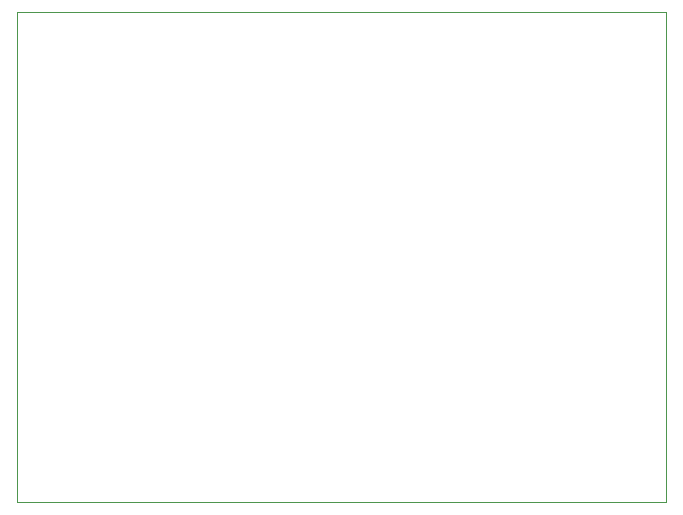
<source format=gbr>
%TF.GenerationSoftware,KiCad,Pcbnew,9.0.3*%
%TF.CreationDate,2026-02-26T20:24:34-03:00*%
%TF.ProjectId,EEGFrontier,45454746-726f-46e7-9469-65722e6b6963,rev?*%
%TF.SameCoordinates,Original*%
%TF.FileFunction,Profile,NP*%
%FSLAX46Y46*%
G04 Gerber Fmt 4.6, Leading zero omitted, Abs format (unit mm)*
G04 Created by KiCad (PCBNEW 9.0.3) date 2026-02-26 20:24:34*
%MOMM*%
%LPD*%
G01*
G04 APERTURE LIST*
%TA.AperFunction,Profile*%
%ADD10C,0.050000*%
%TD*%
G04 APERTURE END LIST*
D10*
X107000000Y-61012500D02*
X162025000Y-61012500D01*
X162025000Y-102537500D01*
X107000000Y-102537500D01*
X107000000Y-61012500D01*
M02*

</source>
